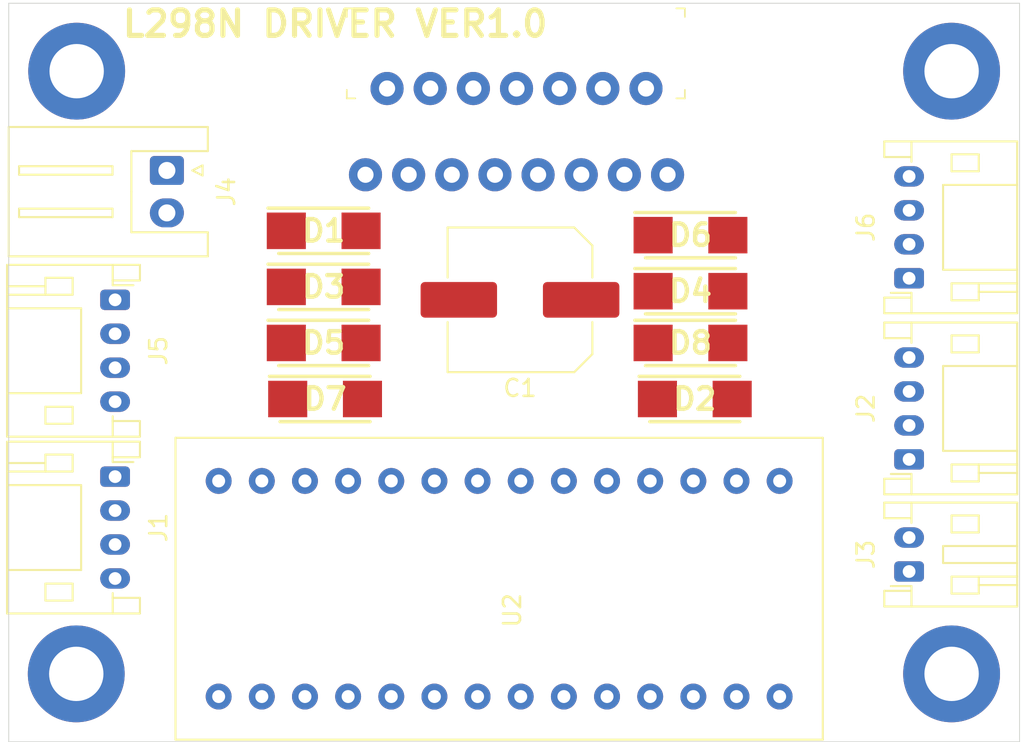
<source format=kicad_pcb>
(kicad_pcb (version 20171130) (host pcbnew "(5.1.2)-1")

  (general
    (thickness 1.6)
    (drawings 7)
    (tracks 0)
    (zones 0)
    (modules 21)
    (nets 32)
  )

  (page A4)
  (layers
    (0 F.Cu signal)
    (31 B.Cu signal)
    (32 B.Adhes user)
    (33 F.Adhes user)
    (34 B.Paste user)
    (35 F.Paste user hide)
    (36 B.SilkS user)
    (37 F.SilkS user)
    (38 B.Mask user)
    (39 F.Mask user)
    (40 Dwgs.User user hide)
    (41 Cmts.User user hide)
    (42 Eco1.User user hide)
    (43 Eco2.User user hide)
    (44 Edge.Cuts user)
    (45 Margin user hide)
    (46 B.CrtYd user hide)
    (47 F.CrtYd user hide)
    (48 B.Fab user hide)
    (49 F.Fab user hide)
  )

  (setup
    (last_trace_width 0.25)
    (trace_clearance 0.2)
    (zone_clearance 0.508)
    (zone_45_only no)
    (trace_min 0.2)
    (via_size 0.8)
    (via_drill 0.4)
    (via_min_size 0.4)
    (via_min_drill 0.3)
    (uvia_size 0.3)
    (uvia_drill 0.1)
    (uvias_allowed no)
    (uvia_min_size 0.2)
    (uvia_min_drill 0.1)
    (edge_width 0.05)
    (segment_width 0.2)
    (pcb_text_width 0.3)
    (pcb_text_size 1.5 1.5)
    (mod_edge_width 0.12)
    (mod_text_size 1 1)
    (mod_text_width 0.15)
    (pad_size 1.524 1.524)
    (pad_drill 0.762)
    (pad_to_mask_clearance 0.051)
    (solder_mask_min_width 0.25)
    (aux_axis_origin 0 0)
    (visible_elements 7FFFEFFF)
    (pcbplotparams
      (layerselection 0x010fc_ffffffff)
      (usegerberextensions false)
      (usegerberattributes false)
      (usegerberadvancedattributes false)
      (creategerberjobfile false)
      (excludeedgelayer true)
      (linewidth 0.100000)
      (plotframeref false)
      (viasonmask false)
      (mode 1)
      (useauxorigin false)
      (hpglpennumber 1)
      (hpglpenspeed 20)
      (hpglpendiameter 15.000000)
      (psnegative false)
      (psa4output false)
      (plotreference true)
      (plotvalue true)
      (plotinvisibletext false)
      (padsonsilk false)
      (subtractmaskfromsilk false)
      (outputformat 1)
      (mirror false)
      (drillshape 0)
      (scaleselection 1)
      (outputdirectory "garber/"))
  )

  (net 0 "")
  (net 1 /OUT1)
  (net 2 +BATT)
  (net 3 GND)
  (net 4 /OUT2)
  (net 5 /OUT3)
  (net 6 /OUT4)
  (net 7 /PWM_A)
  (net 8 /PWM_B)
  (net 9 +5V)
  (net 10 /IN4)
  (net 11 /EN_B)
  (net 12 /IN3)
  (net 13 /IN2)
  (net 14 /EN_A)
  (net 15 /IN1)
  (net 16 "Net-(U2-Pad26)")
  (net 17 "Net-(U2-Pad25)")
  (net 18 "Net-(U2-Pad21)")
  (net 19 "Net-(U2-Pad19)")
  (net 20 "Net-(U2-Pad18)")
  (net 21 "Net-(U2-Pad15)")
  (net 22 "Net-(U2-Pad10)")
  (net 23 "Net-(U2-Pad9)")
  (net 24 "Net-(U2-Pad6)")
  (net 25 "Net-(U2-Pad5)")
  (net 26 "Net-(U2-Pad4)")
  (net 27 "Net-(U2-Pad1)")
  (net 28 /RX)
  (net 29 /TX)
  (net 30 /SDA)
  (net 31 /SCL)

  (net_class Default "これはデフォルトのネット クラスです。"
    (clearance 0.2)
    (trace_width 0.25)
    (via_dia 0.8)
    (via_drill 0.4)
    (uvia_dia 0.3)
    (uvia_drill 0.1)
    (add_net +5V)
    (add_net /EN_A)
    (add_net /EN_B)
    (add_net /IN1)
    (add_net /IN2)
    (add_net /IN3)
    (add_net /IN4)
    (add_net /OUT1)
    (add_net /OUT2)
    (add_net /OUT3)
    (add_net /OUT4)
    (add_net /PWM_A)
    (add_net /PWM_B)
    (add_net /RX)
    (add_net /SCL)
    (add_net /SDA)
    (add_net /TX)
    (add_net GND)
    (add_net "Net-(U2-Pad1)")
    (add_net "Net-(U2-Pad10)")
    (add_net "Net-(U2-Pad15)")
    (add_net "Net-(U2-Pad18)")
    (add_net "Net-(U2-Pad19)")
    (add_net "Net-(U2-Pad21)")
    (add_net "Net-(U2-Pad25)")
    (add_net "Net-(U2-Pad26)")
    (add_net "Net-(U2-Pad4)")
    (add_net "Net-(U2-Pad5)")
    (add_net "Net-(U2-Pad6)")
    (add_net "Net-(U2-Pad9)")
  )

  (net_class BATT ""
    (clearance 0.2)
    (trace_width 3)
    (via_dia 0.8)
    (via_drill 0.4)
    (uvia_dia 0.3)
    (uvia_drill 0.1)
    (add_net +BATT)
  )

  (module 1N4007:DIOM5327X242N (layer F.Cu) (tedit 5DA1B94C) (tstamp 5E807F88)
    (at 161.63 64.008)
    (descr "sma do-214ac")
    (tags Diode)
    (path /5E6E14CB)
    (attr smd)
    (fp_text reference D8 (at 0 0) (layer F.SilkS)
      (effects (font (size 1.27 1.27) (thickness 0.254)))
    )
    (fp_text value D_ALT (at 0 0) (layer F.SilkS) hide
      (effects (font (size 1.27 1.27) (thickness 0.254)))
    )
    (fp_line (start -2.648 1.335) (end 2.648 1.335) (layer F.SilkS) (width 0.2))
    (fp_line (start 2.648 -1.335) (end -3.275 -1.335) (layer F.SilkS) (width 0.2))
    (fp_line (start -2.648 -0.26) (end -1.572 -1.335) (layer F.Fab) (width 0.1))
    (fp_line (start -2.648 1.335) (end -2.648 -1.335) (layer F.Fab) (width 0.1))
    (fp_line (start 2.648 1.335) (end -2.648 1.335) (layer F.Fab) (width 0.1))
    (fp_line (start 2.648 -1.335) (end 2.648 1.335) (layer F.Fab) (width 0.1))
    (fp_line (start -2.648 -1.335) (end 2.648 -1.335) (layer F.Fab) (width 0.1))
    (fp_line (start -3.6 1.65) (end -3.6 -1.65) (layer F.CrtYd) (width 0.05))
    (fp_line (start 3.6 1.65) (end -3.6 1.65) (layer F.CrtYd) (width 0.05))
    (fp_line (start 3.6 -1.65) (end 3.6 1.65) (layer F.CrtYd) (width 0.05))
    (fp_line (start -3.6 -1.65) (end 3.6 -1.65) (layer F.CrtYd) (width 0.05))
    (fp_text user %R (at 0 0) (layer F.Fab)
      (effects (font (size 1.27 1.27) (thickness 0.254)))
    )
    (pad 2 smd rect (at 2.2 0 90) (size 2.15 2.3) (layers F.Cu F.Paste F.Mask)
      (net 3 GND))
    (pad 1 smd rect (at -2.2 0 90) (size 2.15 2.3) (layers F.Cu F.Paste F.Mask)
      (net 6 /OUT4))
    (model 1N4007.stp
      (at (xyz 0 0 0))
      (scale (xyz 1 1 1))
      (rotate (xyz 0 0 0))
    )
    (model C:/Users/kenta/Documents/kicad/1N4007/3D/1N4007.stp
      (at (xyz 0 0 0))
      (scale (xyz 1 1 1))
      (rotate (xyz 0 0 0))
    )
    (model C:/Users/kenta/Documents/kicad/1N4007/3D/1N4007.stl
      (at (xyz 0 0 0))
      (scale (xyz 1 1 1))
      (rotate (xyz 0 0 0))
    )
    (model C:/Users/kenta/Documents/kicad/1N4007/3D/1N4007.wrl
      (at (xyz 0 0 0))
      (scale (xyz 1 1 1))
      (rotate (xyz 0 0 0))
    )
  )

  (module 1N4007:DIOM5327X242N (layer F.Cu) (tedit 5DA1B94C) (tstamp 5E807F76)
    (at 140.122 67.31)
    (descr "sma do-214ac")
    (tags Diode)
    (path /5E6DF641)
    (attr smd)
    (fp_text reference D7 (at 0 0) (layer F.SilkS)
      (effects (font (size 1.27 1.27) (thickness 0.254)))
    )
    (fp_text value D_ALT (at 0 0) (layer F.SilkS) hide
      (effects (font (size 1.27 1.27) (thickness 0.254)))
    )
    (fp_line (start -2.648 1.335) (end 2.648 1.335) (layer F.SilkS) (width 0.2))
    (fp_line (start 2.648 -1.335) (end -3.275 -1.335) (layer F.SilkS) (width 0.2))
    (fp_line (start -2.648 -0.26) (end -1.572 -1.335) (layer F.Fab) (width 0.1))
    (fp_line (start -2.648 1.335) (end -2.648 -1.335) (layer F.Fab) (width 0.1))
    (fp_line (start 2.648 1.335) (end -2.648 1.335) (layer F.Fab) (width 0.1))
    (fp_line (start 2.648 -1.335) (end 2.648 1.335) (layer F.Fab) (width 0.1))
    (fp_line (start -2.648 -1.335) (end 2.648 -1.335) (layer F.Fab) (width 0.1))
    (fp_line (start -3.6 1.65) (end -3.6 -1.65) (layer F.CrtYd) (width 0.05))
    (fp_line (start 3.6 1.65) (end -3.6 1.65) (layer F.CrtYd) (width 0.05))
    (fp_line (start 3.6 -1.65) (end 3.6 1.65) (layer F.CrtYd) (width 0.05))
    (fp_line (start -3.6 -1.65) (end 3.6 -1.65) (layer F.CrtYd) (width 0.05))
    (fp_text user %R (at 0 0) (layer F.Fab)
      (effects (font (size 1.27 1.27) (thickness 0.254)))
    )
    (pad 2 smd rect (at 2.2 0 90) (size 2.15 2.3) (layers F.Cu F.Paste F.Mask)
      (net 6 /OUT4))
    (pad 1 smd rect (at -2.2 0 90) (size 2.15 2.3) (layers F.Cu F.Paste F.Mask)
      (net 2 +BATT))
    (model 1N4007.stp
      (at (xyz 0 0 0))
      (scale (xyz 1 1 1))
      (rotate (xyz 0 0 0))
    )
    (model C:/Users/kenta/Documents/kicad/1N4007/3D/1N4007.stp
      (at (xyz 0 0 0))
      (scale (xyz 1 1 1))
      (rotate (xyz 0 0 0))
    )
    (model C:/Users/kenta/Documents/kicad/1N4007/3D/1N4007.stl
      (at (xyz 0 0 0))
      (scale (xyz 1 1 1))
      (rotate (xyz 0 0 0))
    )
    (model C:/Users/kenta/Documents/kicad/1N4007/3D/1N4007.wrl
      (at (xyz 0 0 0))
      (scale (xyz 1 1 1))
      (rotate (xyz 0 0 0))
    )
  )

  (module 1N4007:DIOM5327X242N (layer F.Cu) (tedit 5DA1B94C) (tstamp 5E807F64)
    (at 161.63 57.658)
    (descr "sma do-214ac")
    (tags Diode)
    (path /5E6E14C5)
    (attr smd)
    (fp_text reference D6 (at 0 0) (layer F.SilkS)
      (effects (font (size 1.27 1.27) (thickness 0.254)))
    )
    (fp_text value D_ALT (at 0 0) (layer F.SilkS) hide
      (effects (font (size 1.27 1.27) (thickness 0.254)))
    )
    (fp_line (start -2.648 1.335) (end 2.648 1.335) (layer F.SilkS) (width 0.2))
    (fp_line (start 2.648 -1.335) (end -3.275 -1.335) (layer F.SilkS) (width 0.2))
    (fp_line (start -2.648 -0.26) (end -1.572 -1.335) (layer F.Fab) (width 0.1))
    (fp_line (start -2.648 1.335) (end -2.648 -1.335) (layer F.Fab) (width 0.1))
    (fp_line (start 2.648 1.335) (end -2.648 1.335) (layer F.Fab) (width 0.1))
    (fp_line (start 2.648 -1.335) (end 2.648 1.335) (layer F.Fab) (width 0.1))
    (fp_line (start -2.648 -1.335) (end 2.648 -1.335) (layer F.Fab) (width 0.1))
    (fp_line (start -3.6 1.65) (end -3.6 -1.65) (layer F.CrtYd) (width 0.05))
    (fp_line (start 3.6 1.65) (end -3.6 1.65) (layer F.CrtYd) (width 0.05))
    (fp_line (start 3.6 -1.65) (end 3.6 1.65) (layer F.CrtYd) (width 0.05))
    (fp_line (start -3.6 -1.65) (end 3.6 -1.65) (layer F.CrtYd) (width 0.05))
    (fp_text user %R (at 0 0) (layer F.Fab)
      (effects (font (size 1.27 1.27) (thickness 0.254)))
    )
    (pad 2 smd rect (at 2.2 0 90) (size 2.15 2.3) (layers F.Cu F.Paste F.Mask)
      (net 3 GND))
    (pad 1 smd rect (at -2.2 0 90) (size 2.15 2.3) (layers F.Cu F.Paste F.Mask)
      (net 5 /OUT3))
    (model 1N4007.stp
      (at (xyz 0 0 0))
      (scale (xyz 1 1 1))
      (rotate (xyz 0 0 0))
    )
    (model C:/Users/kenta/Documents/kicad/1N4007/3D/1N4007.stp
      (at (xyz 0 0 0))
      (scale (xyz 1 1 1))
      (rotate (xyz 0 0 0))
    )
    (model C:/Users/kenta/Documents/kicad/1N4007/3D/1N4007.stl
      (at (xyz 0 0 0))
      (scale (xyz 1 1 1))
      (rotate (xyz 0 0 0))
    )
    (model C:/Users/kenta/Documents/kicad/1N4007/3D/1N4007.wrl
      (at (xyz 0 0 0))
      (scale (xyz 1 1 1))
      (rotate (xyz 0 0 0))
    )
  )

  (module 1N4007:DIOM5327X242N (layer F.Cu) (tedit 5DA1B94C) (tstamp 5E807F52)
    (at 140.04 64.008)
    (descr "sma do-214ac")
    (tags Diode)
    (path /5E6DF16D)
    (attr smd)
    (fp_text reference D5 (at 0 0) (layer F.SilkS)
      (effects (font (size 1.27 1.27) (thickness 0.254)))
    )
    (fp_text value D_ALT (at 0 0) (layer F.SilkS) hide
      (effects (font (size 1.27 1.27) (thickness 0.254)))
    )
    (fp_line (start -2.648 1.335) (end 2.648 1.335) (layer F.SilkS) (width 0.2))
    (fp_line (start 2.648 -1.335) (end -3.275 -1.335) (layer F.SilkS) (width 0.2))
    (fp_line (start -2.648 -0.26) (end -1.572 -1.335) (layer F.Fab) (width 0.1))
    (fp_line (start -2.648 1.335) (end -2.648 -1.335) (layer F.Fab) (width 0.1))
    (fp_line (start 2.648 1.335) (end -2.648 1.335) (layer F.Fab) (width 0.1))
    (fp_line (start 2.648 -1.335) (end 2.648 1.335) (layer F.Fab) (width 0.1))
    (fp_line (start -2.648 -1.335) (end 2.648 -1.335) (layer F.Fab) (width 0.1))
    (fp_line (start -3.6 1.65) (end -3.6 -1.65) (layer F.CrtYd) (width 0.05))
    (fp_line (start 3.6 1.65) (end -3.6 1.65) (layer F.CrtYd) (width 0.05))
    (fp_line (start 3.6 -1.65) (end 3.6 1.65) (layer F.CrtYd) (width 0.05))
    (fp_line (start -3.6 -1.65) (end 3.6 -1.65) (layer F.CrtYd) (width 0.05))
    (fp_text user %R (at 0 0) (layer F.Fab)
      (effects (font (size 1.27 1.27) (thickness 0.254)))
    )
    (pad 2 smd rect (at 2.2 0 90) (size 2.15 2.3) (layers F.Cu F.Paste F.Mask)
      (net 5 /OUT3))
    (pad 1 smd rect (at -2.2 0 90) (size 2.15 2.3) (layers F.Cu F.Paste F.Mask)
      (net 2 +BATT))
    (model 1N4007.stp
      (at (xyz 0 0 0))
      (scale (xyz 1 1 1))
      (rotate (xyz 0 0 0))
    )
    (model C:/Users/kenta/Documents/kicad/1N4007/3D/1N4007.stp
      (at (xyz 0 0 0))
      (scale (xyz 1 1 1))
      (rotate (xyz 0 0 0))
    )
    (model C:/Users/kenta/Documents/kicad/1N4007/3D/1N4007.stl
      (at (xyz 0 0 0))
      (scale (xyz 1 1 1))
      (rotate (xyz 0 0 0))
    )
    (model C:/Users/kenta/Documents/kicad/1N4007/3D/1N4007.wrl
      (at (xyz 0 0 0))
      (scale (xyz 1 1 1))
      (rotate (xyz 0 0 0))
    )
  )

  (module 1N4007:DIOM5327X242N (layer F.Cu) (tedit 5DA1B94C) (tstamp 5E807F40)
    (at 161.63 60.96)
    (descr "sma do-214ac")
    (tags Diode)
    (path /5E6E14BF)
    (attr smd)
    (fp_text reference D4 (at 0 0) (layer F.SilkS)
      (effects (font (size 1.27 1.27) (thickness 0.254)))
    )
    (fp_text value D_ALT (at 0 0) (layer F.SilkS) hide
      (effects (font (size 1.27 1.27) (thickness 0.254)))
    )
    (fp_line (start -2.648 1.335) (end 2.648 1.335) (layer F.SilkS) (width 0.2))
    (fp_line (start 2.648 -1.335) (end -3.275 -1.335) (layer F.SilkS) (width 0.2))
    (fp_line (start -2.648 -0.26) (end -1.572 -1.335) (layer F.Fab) (width 0.1))
    (fp_line (start -2.648 1.335) (end -2.648 -1.335) (layer F.Fab) (width 0.1))
    (fp_line (start 2.648 1.335) (end -2.648 1.335) (layer F.Fab) (width 0.1))
    (fp_line (start 2.648 -1.335) (end 2.648 1.335) (layer F.Fab) (width 0.1))
    (fp_line (start -2.648 -1.335) (end 2.648 -1.335) (layer F.Fab) (width 0.1))
    (fp_line (start -3.6 1.65) (end -3.6 -1.65) (layer F.CrtYd) (width 0.05))
    (fp_line (start 3.6 1.65) (end -3.6 1.65) (layer F.CrtYd) (width 0.05))
    (fp_line (start 3.6 -1.65) (end 3.6 1.65) (layer F.CrtYd) (width 0.05))
    (fp_line (start -3.6 -1.65) (end 3.6 -1.65) (layer F.CrtYd) (width 0.05))
    (fp_text user %R (at 0 0) (layer F.Fab)
      (effects (font (size 1.27 1.27) (thickness 0.254)))
    )
    (pad 2 smd rect (at 2.2 0 90) (size 2.15 2.3) (layers F.Cu F.Paste F.Mask)
      (net 3 GND))
    (pad 1 smd rect (at -2.2 0 90) (size 2.15 2.3) (layers F.Cu F.Paste F.Mask)
      (net 4 /OUT2))
    (model 1N4007.stp
      (at (xyz 0 0 0))
      (scale (xyz 1 1 1))
      (rotate (xyz 0 0 0))
    )
    (model C:/Users/kenta/Documents/kicad/1N4007/3D/1N4007.stp
      (at (xyz 0 0 0))
      (scale (xyz 1 1 1))
      (rotate (xyz 0 0 0))
    )
    (model C:/Users/kenta/Documents/kicad/1N4007/3D/1N4007.stl
      (at (xyz 0 0 0))
      (scale (xyz 1 1 1))
      (rotate (xyz 0 0 0))
    )
    (model C:/Users/kenta/Documents/kicad/1N4007/3D/1N4007.wrl
      (at (xyz 0 0 0))
      (scale (xyz 1 1 1))
      (rotate (xyz 0 0 0))
    )
  )

  (module 1N4007:DIOM5327X242N (layer F.Cu) (tedit 5DA1B94C) (tstamp 5E807F2E)
    (at 140.04 60.706)
    (descr "sma do-214ac")
    (tags Diode)
    (path /5E6DEC80)
    (attr smd)
    (fp_text reference D3 (at 0 0) (layer F.SilkS)
      (effects (font (size 1.27 1.27) (thickness 0.254)))
    )
    (fp_text value D_ALT (at 0 0) (layer F.SilkS) hide
      (effects (font (size 1.27 1.27) (thickness 0.254)))
    )
    (fp_line (start -2.648 1.335) (end 2.648 1.335) (layer F.SilkS) (width 0.2))
    (fp_line (start 2.648 -1.335) (end -3.275 -1.335) (layer F.SilkS) (width 0.2))
    (fp_line (start -2.648 -0.26) (end -1.572 -1.335) (layer F.Fab) (width 0.1))
    (fp_line (start -2.648 1.335) (end -2.648 -1.335) (layer F.Fab) (width 0.1))
    (fp_line (start 2.648 1.335) (end -2.648 1.335) (layer F.Fab) (width 0.1))
    (fp_line (start 2.648 -1.335) (end 2.648 1.335) (layer F.Fab) (width 0.1))
    (fp_line (start -2.648 -1.335) (end 2.648 -1.335) (layer F.Fab) (width 0.1))
    (fp_line (start -3.6 1.65) (end -3.6 -1.65) (layer F.CrtYd) (width 0.05))
    (fp_line (start 3.6 1.65) (end -3.6 1.65) (layer F.CrtYd) (width 0.05))
    (fp_line (start 3.6 -1.65) (end 3.6 1.65) (layer F.CrtYd) (width 0.05))
    (fp_line (start -3.6 -1.65) (end 3.6 -1.65) (layer F.CrtYd) (width 0.05))
    (fp_text user %R (at 0 0) (layer F.Fab)
      (effects (font (size 1.27 1.27) (thickness 0.254)))
    )
    (pad 2 smd rect (at 2.2 0 90) (size 2.15 2.3) (layers F.Cu F.Paste F.Mask)
      (net 4 /OUT2))
    (pad 1 smd rect (at -2.2 0 90) (size 2.15 2.3) (layers F.Cu F.Paste F.Mask)
      (net 2 +BATT))
    (model 1N4007.stp
      (at (xyz 0 0 0))
      (scale (xyz 1 1 1))
      (rotate (xyz 0 0 0))
    )
    (model C:/Users/kenta/Documents/kicad/1N4007/3D/1N4007.stp
      (at (xyz 0 0 0))
      (scale (xyz 1 1 1))
      (rotate (xyz 0 0 0))
    )
    (model C:/Users/kenta/Documents/kicad/1N4007/3D/1N4007.stl
      (at (xyz 0 0 0))
      (scale (xyz 1 1 1))
      (rotate (xyz 0 0 0))
    )
    (model C:/Users/kenta/Documents/kicad/1N4007/3D/1N4007.wrl
      (at (xyz 0 0 0))
      (scale (xyz 1 1 1))
      (rotate (xyz 0 0 0))
    )
  )

  (module 1N4007:DIOM5327X242N (layer F.Cu) (tedit 5DA1B94C) (tstamp 5E807F1C)
    (at 161.884 67.31)
    (descr "sma do-214ac")
    (tags Diode)
    (path /5E6E14B9)
    (attr smd)
    (fp_text reference D2 (at 0 0) (layer F.SilkS)
      (effects (font (size 1.27 1.27) (thickness 0.254)))
    )
    (fp_text value D_ALT (at 0 0) (layer F.SilkS) hide
      (effects (font (size 1.27 1.27) (thickness 0.254)))
    )
    (fp_line (start -2.648 1.335) (end 2.648 1.335) (layer F.SilkS) (width 0.2))
    (fp_line (start 2.648 -1.335) (end -3.275 -1.335) (layer F.SilkS) (width 0.2))
    (fp_line (start -2.648 -0.26) (end -1.572 -1.335) (layer F.Fab) (width 0.1))
    (fp_line (start -2.648 1.335) (end -2.648 -1.335) (layer F.Fab) (width 0.1))
    (fp_line (start 2.648 1.335) (end -2.648 1.335) (layer F.Fab) (width 0.1))
    (fp_line (start 2.648 -1.335) (end 2.648 1.335) (layer F.Fab) (width 0.1))
    (fp_line (start -2.648 -1.335) (end 2.648 -1.335) (layer F.Fab) (width 0.1))
    (fp_line (start -3.6 1.65) (end -3.6 -1.65) (layer F.CrtYd) (width 0.05))
    (fp_line (start 3.6 1.65) (end -3.6 1.65) (layer F.CrtYd) (width 0.05))
    (fp_line (start 3.6 -1.65) (end 3.6 1.65) (layer F.CrtYd) (width 0.05))
    (fp_line (start -3.6 -1.65) (end 3.6 -1.65) (layer F.CrtYd) (width 0.05))
    (fp_text user %R (at 0 0) (layer F.Fab)
      (effects (font (size 1.27 1.27) (thickness 0.254)))
    )
    (pad 2 smd rect (at 2.2 0 90) (size 2.15 2.3) (layers F.Cu F.Paste F.Mask)
      (net 3 GND))
    (pad 1 smd rect (at -2.2 0 90) (size 2.15 2.3) (layers F.Cu F.Paste F.Mask)
      (net 1 /OUT1))
    (model 1N4007.stp
      (at (xyz 0 0 0))
      (scale (xyz 1 1 1))
      (rotate (xyz 0 0 0))
    )
    (model C:/Users/kenta/Documents/kicad/1N4007/3D/1N4007.stp
      (at (xyz 0 0 0))
      (scale (xyz 1 1 1))
      (rotate (xyz 0 0 0))
    )
    (model C:/Users/kenta/Documents/kicad/1N4007/3D/1N4007.stl
      (at (xyz 0 0 0))
      (scale (xyz 1 1 1))
      (rotate (xyz 0 0 0))
    )
    (model C:/Users/kenta/Documents/kicad/1N4007/3D/1N4007.wrl
      (at (xyz 0 0 0))
      (scale (xyz 1 1 1))
      (rotate (xyz 0 0 0))
    )
  )

  (module 1N4007:DIOM5327X242N (layer F.Cu) (tedit 5DA1B94C) (tstamp 5E807F0A)
    (at 140.04 57.404)
    (descr "sma do-214ac")
    (tags Diode)
    (path /5E6DC23C)
    (attr smd)
    (fp_text reference D1 (at 0 0) (layer F.SilkS)
      (effects (font (size 1.27 1.27) (thickness 0.254)))
    )
    (fp_text value D_ALT (at 0 0) (layer F.SilkS) hide
      (effects (font (size 1.27 1.27) (thickness 0.254)))
    )
    (fp_line (start -2.648 1.335) (end 2.648 1.335) (layer F.SilkS) (width 0.2))
    (fp_line (start 2.648 -1.335) (end -3.275 -1.335) (layer F.SilkS) (width 0.2))
    (fp_line (start -2.648 -0.26) (end -1.572 -1.335) (layer F.Fab) (width 0.1))
    (fp_line (start -2.648 1.335) (end -2.648 -1.335) (layer F.Fab) (width 0.1))
    (fp_line (start 2.648 1.335) (end -2.648 1.335) (layer F.Fab) (width 0.1))
    (fp_line (start 2.648 -1.335) (end 2.648 1.335) (layer F.Fab) (width 0.1))
    (fp_line (start -2.648 -1.335) (end 2.648 -1.335) (layer F.Fab) (width 0.1))
    (fp_line (start -3.6 1.65) (end -3.6 -1.65) (layer F.CrtYd) (width 0.05))
    (fp_line (start 3.6 1.65) (end -3.6 1.65) (layer F.CrtYd) (width 0.05))
    (fp_line (start 3.6 -1.65) (end 3.6 1.65) (layer F.CrtYd) (width 0.05))
    (fp_line (start -3.6 -1.65) (end 3.6 -1.65) (layer F.CrtYd) (width 0.05))
    (fp_text user %R (at 0 0) (layer F.Fab)
      (effects (font (size 1.27 1.27) (thickness 0.254)))
    )
    (pad 2 smd rect (at 2.2 0 90) (size 2.15 2.3) (layers F.Cu F.Paste F.Mask)
      (net 1 /OUT1))
    (pad 1 smd rect (at -2.2 0 90) (size 2.15 2.3) (layers F.Cu F.Paste F.Mask)
      (net 2 +BATT))
    (model 1N4007.stp
      (at (xyz 0 0 0))
      (scale (xyz 1 1 1))
      (rotate (xyz 0 0 0))
    )
    (model C:/Users/kenta/Documents/kicad/1N4007/3D/1N4007.stp
      (at (xyz 0 0 0))
      (scale (xyz 1 1 1))
      (rotate (xyz 0 0 0))
    )
    (model C:/Users/kenta/Documents/kicad/1N4007/3D/1N4007.stl
      (at (xyz 0 0 0))
      (scale (xyz 1 1 1))
      (rotate (xyz 0 0 0))
    )
    (model C:/Users/kenta/Documents/kicad/1N4007/3D/1N4007.wrl
      (at (xyz 0 0 0))
      (scale (xyz 1 1 1))
      (rotate (xyz 0 0 0))
    )
  )

  (module Connector_JST:JST_PH_S2B-PH-K_1x02_P2.00mm_Horizontal (layer F.Cu) (tedit 5B7745C6) (tstamp 5E806E9B)
    (at 174.498 77.47 90)
    (descr "JST PH series connector, S2B-PH-K (http://www.jst-mfg.com/product/pdf/eng/ePH.pdf), generated with kicad-footprint-generator")
    (tags "connector JST PH top entry")
    (path /5E708F4C)
    (fp_text reference J3 (at 1 -2.55 90) (layer F.SilkS)
      (effects (font (size 1 1) (thickness 0.15)))
    )
    (fp_text value +5V (at 1 7.45 90) (layer F.Fab)
      (effects (font (size 1 1) (thickness 0.15)))
    )
    (fp_text user %R (at 1 2.5 90) (layer F.Fab)
      (effects (font (size 1 1) (thickness 0.15)))
    )
    (fp_line (start 0.5 1.375) (end 0 0.875) (layer F.Fab) (width 0.1))
    (fp_line (start -0.5 1.375) (end 0.5 1.375) (layer F.Fab) (width 0.1))
    (fp_line (start 0 0.875) (end -0.5 1.375) (layer F.Fab) (width 0.1))
    (fp_line (start -0.86 0.14) (end -0.86 -1.075) (layer F.SilkS) (width 0.12))
    (fp_line (start 3.25 0.25) (end -1.25 0.25) (layer F.Fab) (width 0.1))
    (fp_line (start 3.25 -1.35) (end 3.25 0.25) (layer F.Fab) (width 0.1))
    (fp_line (start 3.95 -1.35) (end 3.25 -1.35) (layer F.Fab) (width 0.1))
    (fp_line (start 3.95 6.25) (end 3.95 -1.35) (layer F.Fab) (width 0.1))
    (fp_line (start -1.95 6.25) (end 3.95 6.25) (layer F.Fab) (width 0.1))
    (fp_line (start -1.95 -1.35) (end -1.95 6.25) (layer F.Fab) (width 0.1))
    (fp_line (start -1.25 -1.35) (end -1.95 -1.35) (layer F.Fab) (width 0.1))
    (fp_line (start -1.25 0.25) (end -1.25 -1.35) (layer F.Fab) (width 0.1))
    (fp_line (start 4.45 -1.85) (end -2.45 -1.85) (layer F.CrtYd) (width 0.05))
    (fp_line (start 4.45 6.75) (end 4.45 -1.85) (layer F.CrtYd) (width 0.05))
    (fp_line (start -2.45 6.75) (end 4.45 6.75) (layer F.CrtYd) (width 0.05))
    (fp_line (start -2.45 -1.85) (end -2.45 6.75) (layer F.CrtYd) (width 0.05))
    (fp_line (start -0.8 4.1) (end -0.8 6.36) (layer F.SilkS) (width 0.12))
    (fp_line (start -0.3 4.1) (end -0.3 6.36) (layer F.SilkS) (width 0.12))
    (fp_line (start 2.3 2.5) (end 3.3 2.5) (layer F.SilkS) (width 0.12))
    (fp_line (start 2.3 4.1) (end 2.3 2.5) (layer F.SilkS) (width 0.12))
    (fp_line (start 3.3 4.1) (end 2.3 4.1) (layer F.SilkS) (width 0.12))
    (fp_line (start 3.3 2.5) (end 3.3 4.1) (layer F.SilkS) (width 0.12))
    (fp_line (start -0.3 2.5) (end -1.3 2.5) (layer F.SilkS) (width 0.12))
    (fp_line (start -0.3 4.1) (end -0.3 2.5) (layer F.SilkS) (width 0.12))
    (fp_line (start -1.3 4.1) (end -0.3 4.1) (layer F.SilkS) (width 0.12))
    (fp_line (start -1.3 2.5) (end -1.3 4.1) (layer F.SilkS) (width 0.12))
    (fp_line (start 4.06 0.14) (end 3.14 0.14) (layer F.SilkS) (width 0.12))
    (fp_line (start -2.06 0.14) (end -1.14 0.14) (layer F.SilkS) (width 0.12))
    (fp_line (start 1.5 2) (end 1.5 6.36) (layer F.SilkS) (width 0.12))
    (fp_line (start 0.5 2) (end 1.5 2) (layer F.SilkS) (width 0.12))
    (fp_line (start 0.5 6.36) (end 0.5 2) (layer F.SilkS) (width 0.12))
    (fp_line (start 3.14 0.14) (end 2.86 0.14) (layer F.SilkS) (width 0.12))
    (fp_line (start 3.14 -1.46) (end 3.14 0.14) (layer F.SilkS) (width 0.12))
    (fp_line (start 4.06 -1.46) (end 3.14 -1.46) (layer F.SilkS) (width 0.12))
    (fp_line (start 4.06 6.36) (end 4.06 -1.46) (layer F.SilkS) (width 0.12))
    (fp_line (start -2.06 6.36) (end 4.06 6.36) (layer F.SilkS) (width 0.12))
    (fp_line (start -2.06 -1.46) (end -2.06 6.36) (layer F.SilkS) (width 0.12))
    (fp_line (start -1.14 -1.46) (end -2.06 -1.46) (layer F.SilkS) (width 0.12))
    (fp_line (start -1.14 0.14) (end -1.14 -1.46) (layer F.SilkS) (width 0.12))
    (fp_line (start -0.86 0.14) (end -1.14 0.14) (layer F.SilkS) (width 0.12))
    (pad 2 thru_hole oval (at 2 0 90) (size 1.2 1.75) (drill 0.75) (layers *.Cu *.Mask)
      (net 3 GND))
    (pad 1 thru_hole roundrect (at 0 0 90) (size 1.2 1.75) (drill 0.75) (layers *.Cu *.Mask) (roundrect_rratio 0.208333)
      (net 9 +5V))
    (model ${KISYS3DMOD}/Connector_JST.3dshapes/JST_PH_S2B-PH-K_1x02_P2.00mm_Horizontal.wrl
      (at (xyz 0 0 0))
      (scale (xyz 1 1 1))
      (rotate (xyz 0 0 0))
    )
  )

  (module Connector_JST:JST_XH_S2B-XH-A_1x02_P2.50mm_Horizontal (layer F.Cu) (tedit 5C281475) (tstamp 5E803C37)
    (at 130.81 53.848 270)
    (descr "JST XH series connector, S2B-XH-A (http://www.jst-mfg.com/product/pdf/eng/eXH.pdf), generated with kicad-footprint-generator")
    (tags "connector JST XH horizontal")
    (path /5E70A8B9)
    (fp_text reference J4 (at 1.25 -3.5 90) (layer F.SilkS)
      (effects (font (size 1 1) (thickness 0.15)))
    )
    (fp_text value +BATT (at 1.25 10.4 90) (layer F.Fab)
      (effects (font (size 1 1) (thickness 0.15)))
    )
    (fp_text user %R (at 1.25 3.45 90) (layer F.Fab)
      (effects (font (size 1 1) (thickness 0.15)))
    )
    (fp_line (start 0 1.2) (end 0.625 2.2) (layer F.Fab) (width 0.1))
    (fp_line (start -0.625 2.2) (end 0 1.2) (layer F.Fab) (width 0.1))
    (fp_line (start 0.3 -2.1) (end 0 -1.5) (layer F.SilkS) (width 0.12))
    (fp_line (start -0.3 -2.1) (end 0.3 -2.1) (layer F.SilkS) (width 0.12))
    (fp_line (start 0 -1.5) (end -0.3 -2.1) (layer F.SilkS) (width 0.12))
    (fp_line (start 2.75 3.2) (end 2.25 3.2) (layer F.SilkS) (width 0.12))
    (fp_line (start 2.75 8.7) (end 2.75 3.2) (layer F.SilkS) (width 0.12))
    (fp_line (start 2.25 8.7) (end 2.75 8.7) (layer F.SilkS) (width 0.12))
    (fp_line (start 2.25 3.2) (end 2.25 8.7) (layer F.SilkS) (width 0.12))
    (fp_line (start 0.25 3.2) (end -0.25 3.2) (layer F.SilkS) (width 0.12))
    (fp_line (start 0.25 8.7) (end 0.25 3.2) (layer F.SilkS) (width 0.12))
    (fp_line (start -0.25 8.7) (end 0.25 8.7) (layer F.SilkS) (width 0.12))
    (fp_line (start -0.25 3.2) (end -0.25 8.7) (layer F.SilkS) (width 0.12))
    (fp_line (start 3.75 2.2) (end 1.25 2.2) (layer F.Fab) (width 0.1))
    (fp_line (start 3.75 -2.3) (end 3.75 2.2) (layer F.Fab) (width 0.1))
    (fp_line (start 4.95 -2.3) (end 3.75 -2.3) (layer F.Fab) (width 0.1))
    (fp_line (start 4.95 9.2) (end 4.95 -2.3) (layer F.Fab) (width 0.1))
    (fp_line (start 1.25 9.2) (end 4.95 9.2) (layer F.Fab) (width 0.1))
    (fp_line (start -1.25 2.2) (end 1.25 2.2) (layer F.Fab) (width 0.1))
    (fp_line (start -1.25 -2.3) (end -1.25 2.2) (layer F.Fab) (width 0.1))
    (fp_line (start -2.45 -2.3) (end -1.25 -2.3) (layer F.Fab) (width 0.1))
    (fp_line (start -2.45 9.2) (end -2.45 -2.3) (layer F.Fab) (width 0.1))
    (fp_line (start 1.25 9.2) (end -2.45 9.2) (layer F.Fab) (width 0.1))
    (fp_line (start 3.64 2.09) (end 1.25 2.09) (layer F.SilkS) (width 0.12))
    (fp_line (start 3.64 -2.41) (end 3.64 2.09) (layer F.SilkS) (width 0.12))
    (fp_line (start 5.06 -2.41) (end 3.64 -2.41) (layer F.SilkS) (width 0.12))
    (fp_line (start 5.06 9.31) (end 5.06 -2.41) (layer F.SilkS) (width 0.12))
    (fp_line (start 1.25 9.31) (end 5.06 9.31) (layer F.SilkS) (width 0.12))
    (fp_line (start -1.14 2.09) (end 1.25 2.09) (layer F.SilkS) (width 0.12))
    (fp_line (start -1.14 -2.41) (end -1.14 2.09) (layer F.SilkS) (width 0.12))
    (fp_line (start -2.56 -2.41) (end -1.14 -2.41) (layer F.SilkS) (width 0.12))
    (fp_line (start -2.56 9.31) (end -2.56 -2.41) (layer F.SilkS) (width 0.12))
    (fp_line (start 1.25 9.31) (end -2.56 9.31) (layer F.SilkS) (width 0.12))
    (fp_line (start 5.45 -2.8) (end -2.95 -2.8) (layer F.CrtYd) (width 0.05))
    (fp_line (start 5.45 9.7) (end 5.45 -2.8) (layer F.CrtYd) (width 0.05))
    (fp_line (start -2.95 9.7) (end 5.45 9.7) (layer F.CrtYd) (width 0.05))
    (fp_line (start -2.95 -2.8) (end -2.95 9.7) (layer F.CrtYd) (width 0.05))
    (pad 2 thru_hole oval (at 2.5 0 270) (size 1.7 2) (drill 1) (layers *.Cu *.Mask)
      (net 3 GND))
    (pad 1 thru_hole roundrect (at 0 0 270) (size 1.7 2) (drill 1) (layers *.Cu *.Mask) (roundrect_rratio 0.147059)
      (net 2 +BATT))
    (model ${KISYS3DMOD}/Connector_JST.3dshapes/JST_XH_S2B-XH-A_1x02_P2.50mm_Horizontal.wrl
      (at (xyz 0 0 0))
      (scale (xyz 1 1 1))
      (rotate (xyz 0 0 0))
    )
  )

  (module Connector_JST:JST_PH_S4B-PH-K_1x04_P2.00mm_Horizontal (layer F.Cu) (tedit 5B7745C6) (tstamp 5E8030A1)
    (at 174.498 60.198 90)
    (descr "JST PH series connector, S4B-PH-K (http://www.jst-mfg.com/product/pdf/eng/ePH.pdf), generated with kicad-footprint-generator")
    (tags "connector JST PH top entry")
    (path /5E84AE5A)
    (fp_text reference J6 (at 3 -2.55 90) (layer F.SilkS)
      (effects (font (size 1 1) (thickness 0.15)))
    )
    (fp_text value I2C (at 3 7.45 90) (layer F.Fab)
      (effects (font (size 1 1) (thickness 0.15)))
    )
    (fp_text user %R (at 3 2.5 90) (layer F.Fab)
      (effects (font (size 1 1) (thickness 0.15)))
    )
    (fp_line (start 0.5 1.375) (end 0 0.875) (layer F.Fab) (width 0.1))
    (fp_line (start -0.5 1.375) (end 0.5 1.375) (layer F.Fab) (width 0.1))
    (fp_line (start 0 0.875) (end -0.5 1.375) (layer F.Fab) (width 0.1))
    (fp_line (start -0.86 0.14) (end -0.86 -1.075) (layer F.SilkS) (width 0.12))
    (fp_line (start 7.25 0.25) (end -1.25 0.25) (layer F.Fab) (width 0.1))
    (fp_line (start 7.25 -1.35) (end 7.25 0.25) (layer F.Fab) (width 0.1))
    (fp_line (start 7.95 -1.35) (end 7.25 -1.35) (layer F.Fab) (width 0.1))
    (fp_line (start 7.95 6.25) (end 7.95 -1.35) (layer F.Fab) (width 0.1))
    (fp_line (start -1.95 6.25) (end 7.95 6.25) (layer F.Fab) (width 0.1))
    (fp_line (start -1.95 -1.35) (end -1.95 6.25) (layer F.Fab) (width 0.1))
    (fp_line (start -1.25 -1.35) (end -1.95 -1.35) (layer F.Fab) (width 0.1))
    (fp_line (start -1.25 0.25) (end -1.25 -1.35) (layer F.Fab) (width 0.1))
    (fp_line (start 8.45 -1.85) (end -2.45 -1.85) (layer F.CrtYd) (width 0.05))
    (fp_line (start 8.45 6.75) (end 8.45 -1.85) (layer F.CrtYd) (width 0.05))
    (fp_line (start -2.45 6.75) (end 8.45 6.75) (layer F.CrtYd) (width 0.05))
    (fp_line (start -2.45 -1.85) (end -2.45 6.75) (layer F.CrtYd) (width 0.05))
    (fp_line (start -0.8 4.1) (end -0.8 6.36) (layer F.SilkS) (width 0.12))
    (fp_line (start -0.3 4.1) (end -0.3 6.36) (layer F.SilkS) (width 0.12))
    (fp_line (start 6.3 2.5) (end 7.3 2.5) (layer F.SilkS) (width 0.12))
    (fp_line (start 6.3 4.1) (end 6.3 2.5) (layer F.SilkS) (width 0.12))
    (fp_line (start 7.3 4.1) (end 6.3 4.1) (layer F.SilkS) (width 0.12))
    (fp_line (start 7.3 2.5) (end 7.3 4.1) (layer F.SilkS) (width 0.12))
    (fp_line (start -0.3 2.5) (end -1.3 2.5) (layer F.SilkS) (width 0.12))
    (fp_line (start -0.3 4.1) (end -0.3 2.5) (layer F.SilkS) (width 0.12))
    (fp_line (start -1.3 4.1) (end -0.3 4.1) (layer F.SilkS) (width 0.12))
    (fp_line (start -1.3 2.5) (end -1.3 4.1) (layer F.SilkS) (width 0.12))
    (fp_line (start 8.06 0.14) (end 7.14 0.14) (layer F.SilkS) (width 0.12))
    (fp_line (start -2.06 0.14) (end -1.14 0.14) (layer F.SilkS) (width 0.12))
    (fp_line (start 5.5 2) (end 5.5 6.36) (layer F.SilkS) (width 0.12))
    (fp_line (start 0.5 2) (end 5.5 2) (layer F.SilkS) (width 0.12))
    (fp_line (start 0.5 6.36) (end 0.5 2) (layer F.SilkS) (width 0.12))
    (fp_line (start 7.14 0.14) (end 6.86 0.14) (layer F.SilkS) (width 0.12))
    (fp_line (start 7.14 -1.46) (end 7.14 0.14) (layer F.SilkS) (width 0.12))
    (fp_line (start 8.06 -1.46) (end 7.14 -1.46) (layer F.SilkS) (width 0.12))
    (fp_line (start 8.06 6.36) (end 8.06 -1.46) (layer F.SilkS) (width 0.12))
    (fp_line (start -2.06 6.36) (end 8.06 6.36) (layer F.SilkS) (width 0.12))
    (fp_line (start -2.06 -1.46) (end -2.06 6.36) (layer F.SilkS) (width 0.12))
    (fp_line (start -1.14 -1.46) (end -2.06 -1.46) (layer F.SilkS) (width 0.12))
    (fp_line (start -1.14 0.14) (end -1.14 -1.46) (layer F.SilkS) (width 0.12))
    (fp_line (start -0.86 0.14) (end -1.14 0.14) (layer F.SilkS) (width 0.12))
    (pad 4 thru_hole oval (at 6 0 90) (size 1.2 1.75) (drill 0.75) (layers *.Cu *.Mask)
      (net 3 GND))
    (pad 3 thru_hole oval (at 4 0 90) (size 1.2 1.75) (drill 0.75) (layers *.Cu *.Mask)
      (net 30 /SDA))
    (pad 2 thru_hole oval (at 2 0 90) (size 1.2 1.75) (drill 0.75) (layers *.Cu *.Mask)
      (net 31 /SCL))
    (pad 1 thru_hole roundrect (at 0 0 90) (size 1.2 1.75) (drill 0.75) (layers *.Cu *.Mask) (roundrect_rratio 0.208333)
      (net 9 +5V))
    (model ${KISYS3DMOD}/Connector_JST.3dshapes/JST_PH_S4B-PH-K_1x04_P2.00mm_Horizontal.wrl
      (at (xyz 0 0 0))
      (scale (xyz 1 1 1))
      (rotate (xyz 0 0 0))
    )
  )

  (module Connector_JST:JST_PH_S4B-PH-K_1x04_P2.00mm_Horizontal (layer F.Cu) (tedit 5B7745C6) (tstamp 5E803070)
    (at 127.762 61.468 270)
    (descr "JST PH series connector, S4B-PH-K (http://www.jst-mfg.com/product/pdf/eng/ePH.pdf), generated with kicad-footprint-generator")
    (tags "connector JST PH top entry")
    (path /5E830F2F)
    (fp_text reference J5 (at 3 -2.55 90) (layer F.SilkS)
      (effects (font (size 1 1) (thickness 0.15)))
    )
    (fp_text value SERIAL (at 3 7.45 90) (layer F.Fab)
      (effects (font (size 1 1) (thickness 0.15)))
    )
    (fp_text user %R (at 3 2.5 90) (layer F.Fab)
      (effects (font (size 1 1) (thickness 0.15)))
    )
    (fp_line (start 0.5 1.375) (end 0 0.875) (layer F.Fab) (width 0.1))
    (fp_line (start -0.5 1.375) (end 0.5 1.375) (layer F.Fab) (width 0.1))
    (fp_line (start 0 0.875) (end -0.5 1.375) (layer F.Fab) (width 0.1))
    (fp_line (start -0.86 0.14) (end -0.86 -1.075) (layer F.SilkS) (width 0.12))
    (fp_line (start 7.25 0.25) (end -1.25 0.25) (layer F.Fab) (width 0.1))
    (fp_line (start 7.25 -1.35) (end 7.25 0.25) (layer F.Fab) (width 0.1))
    (fp_line (start 7.95 -1.35) (end 7.25 -1.35) (layer F.Fab) (width 0.1))
    (fp_line (start 7.95 6.25) (end 7.95 -1.35) (layer F.Fab) (width 0.1))
    (fp_line (start -1.95 6.25) (end 7.95 6.25) (layer F.Fab) (width 0.1))
    (fp_line (start -1.95 -1.35) (end -1.95 6.25) (layer F.Fab) (width 0.1))
    (fp_line (start -1.25 -1.35) (end -1.95 -1.35) (layer F.Fab) (width 0.1))
    (fp_line (start -1.25 0.25) (end -1.25 -1.35) (layer F.Fab) (width 0.1))
    (fp_line (start 8.45 -1.85) (end -2.45 -1.85) (layer F.CrtYd) (width 0.05))
    (fp_line (start 8.45 6.75) (end 8.45 -1.85) (layer F.CrtYd) (width 0.05))
    (fp_line (start -2.45 6.75) (end 8.45 6.75) (layer F.CrtYd) (width 0.05))
    (fp_line (start -2.45 -1.85) (end -2.45 6.75) (layer F.CrtYd) (width 0.05))
    (fp_line (start -0.8 4.1) (end -0.8 6.36) (layer F.SilkS) (width 0.12))
    (fp_line (start -0.3 4.1) (end -0.3 6.36) (layer F.SilkS) (width 0.12))
    (fp_line (start 6.3 2.5) (end 7.3 2.5) (layer F.SilkS) (width 0.12))
    (fp_line (start 6.3 4.1) (end 6.3 2.5) (layer F.SilkS) (width 0.12))
    (fp_line (start 7.3 4.1) (end 6.3 4.1) (layer F.SilkS) (width 0.12))
    (fp_line (start 7.3 2.5) (end 7.3 4.1) (layer F.SilkS) (width 0.12))
    (fp_line (start -0.3 2.5) (end -1.3 2.5) (layer F.SilkS) (width 0.12))
    (fp_line (start -0.3 4.1) (end -0.3 2.5) (layer F.SilkS) (width 0.12))
    (fp_line (start -1.3 4.1) (end -0.3 4.1) (layer F.SilkS) (width 0.12))
    (fp_line (start -1.3 2.5) (end -1.3 4.1) (layer F.SilkS) (width 0.12))
    (fp_line (start 8.06 0.14) (end 7.14 0.14) (layer F.SilkS) (width 0.12))
    (fp_line (start -2.06 0.14) (end -1.14 0.14) (layer F.SilkS) (width 0.12))
    (fp_line (start 5.5 2) (end 5.5 6.36) (layer F.SilkS) (width 0.12))
    (fp_line (start 0.5 2) (end 5.5 2) (layer F.SilkS) (width 0.12))
    (fp_line (start 0.5 6.36) (end 0.5 2) (layer F.SilkS) (width 0.12))
    (fp_line (start 7.14 0.14) (end 6.86 0.14) (layer F.SilkS) (width 0.12))
    (fp_line (start 7.14 -1.46) (end 7.14 0.14) (layer F.SilkS) (width 0.12))
    (fp_line (start 8.06 -1.46) (end 7.14 -1.46) (layer F.SilkS) (width 0.12))
    (fp_line (start 8.06 6.36) (end 8.06 -1.46) (layer F.SilkS) (width 0.12))
    (fp_line (start -2.06 6.36) (end 8.06 6.36) (layer F.SilkS) (width 0.12))
    (fp_line (start -2.06 -1.46) (end -2.06 6.36) (layer F.SilkS) (width 0.12))
    (fp_line (start -1.14 -1.46) (end -2.06 -1.46) (layer F.SilkS) (width 0.12))
    (fp_line (start -1.14 0.14) (end -1.14 -1.46) (layer F.SilkS) (width 0.12))
    (fp_line (start -0.86 0.14) (end -1.14 0.14) (layer F.SilkS) (width 0.12))
    (pad 4 thru_hole oval (at 6 0 270) (size 1.2 1.75) (drill 0.75) (layers *.Cu *.Mask)
      (net 3 GND))
    (pad 3 thru_hole oval (at 4 0 270) (size 1.2 1.75) (drill 0.75) (layers *.Cu *.Mask)
      (net 28 /RX))
    (pad 2 thru_hole oval (at 2 0 270) (size 1.2 1.75) (drill 0.75) (layers *.Cu *.Mask)
      (net 29 /TX))
    (pad 1 thru_hole roundrect (at 0 0 270) (size 1.2 1.75) (drill 0.75) (layers *.Cu *.Mask) (roundrect_rratio 0.208333)
      (net 9 +5V))
    (model ${KISYS3DMOD}/Connector_JST.3dshapes/JST_PH_S4B-PH-K_1x04_P2.00mm_Horizontal.wrl
      (at (xyz 0 0 0))
      (scale (xyz 1 1 1))
      (rotate (xyz 0 0 0))
    )
  )

  (module Connector_JST:JST_PH_S4B-PH-K_1x04_P2.00mm_Horizontal (layer F.Cu) (tedit 5B7745C6) (tstamp 5E802F9B)
    (at 174.498 70.866 90)
    (descr "JST PH series connector, S4B-PH-K (http://www.jst-mfg.com/product/pdf/eng/ePH.pdf), generated with kicad-footprint-generator")
    (tags "connector JST PH top entry")
    (path /5E81BECC)
    (fp_text reference J2 (at 3 -2.55 90) (layer F.SilkS)
      (effects (font (size 1 1) (thickness 0.15)))
    )
    (fp_text value MOT-OUTPUT (at 3 7.45 90) (layer F.Fab)
      (effects (font (size 1 1) (thickness 0.15)))
    )
    (fp_text user %R (at 3 2.5 90) (layer F.Fab)
      (effects (font (size 1 1) (thickness 0.15)))
    )
    (fp_line (start 0.5 1.375) (end 0 0.875) (layer F.Fab) (width 0.1))
    (fp_line (start -0.5 1.375) (end 0.5 1.375) (layer F.Fab) (width 0.1))
    (fp_line (start 0 0.875) (end -0.5 1.375) (layer F.Fab) (width 0.1))
    (fp_line (start -0.86 0.14) (end -0.86 -1.075) (layer F.SilkS) (width 0.12))
    (fp_line (start 7.25 0.25) (end -1.25 0.25) (layer F.Fab) (width 0.1))
    (fp_line (start 7.25 -1.35) (end 7.25 0.25) (layer F.Fab) (width 0.1))
    (fp_line (start 7.95 -1.35) (end 7.25 -1.35) (layer F.Fab) (width 0.1))
    (fp_line (start 7.95 6.25) (end 7.95 -1.35) (layer F.Fab) (width 0.1))
    (fp_line (start -1.95 6.25) (end 7.95 6.25) (layer F.Fab) (width 0.1))
    (fp_line (start -1.95 -1.35) (end -1.95 6.25) (layer F.Fab) (width 0.1))
    (fp_line (start -1.25 -1.35) (end -1.95 -1.35) (layer F.Fab) (width 0.1))
    (fp_line (start -1.25 0.25) (end -1.25 -1.35) (layer F.Fab) (width 0.1))
    (fp_line (start 8.45 -1.85) (end -2.45 -1.85) (layer F.CrtYd) (width 0.05))
    (fp_line (start 8.45 6.75) (end 8.45 -1.85) (layer F.CrtYd) (width 0.05))
    (fp_line (start -2.45 6.75) (end 8.45 6.75) (layer F.CrtYd) (width 0.05))
    (fp_line (start -2.45 -1.85) (end -2.45 6.75) (layer F.CrtYd) (width 0.05))
    (fp_line (start -0.8 4.1) (end -0.8 6.36) (layer F.SilkS) (width 0.12))
    (fp_line (start -0.3 4.1) (end -0.3 6.36) (layer F.SilkS) (width 0.12))
    (fp_line (start 6.3 2.5) (end 7.3 2.5) (layer F.SilkS) (width 0.12))
    (fp_line (start 6.3 4.1) (end 6.3 2.5) (layer F.SilkS) (width 0.12))
    (fp_line (start 7.3 4.1) (end 6.3 4.1) (layer F.SilkS) (width 0.12))
    (fp_line (start 7.3 2.5) (end 7.3 4.1) (layer F.SilkS) (width 0.12))
    (fp_line (start -0.3 2.5) (end -1.3 2.5) (layer F.SilkS) (width 0.12))
    (fp_line (start -0.3 4.1) (end -0.3 2.5) (layer F.SilkS) (width 0.12))
    (fp_line (start -1.3 4.1) (end -0.3 4.1) (layer F.SilkS) (width 0.12))
    (fp_line (start -1.3 2.5) (end -1.3 4.1) (layer F.SilkS) (width 0.12))
    (fp_line (start 8.06 0.14) (end 7.14 0.14) (layer F.SilkS) (width 0.12))
    (fp_line (start -2.06 0.14) (end -1.14 0.14) (layer F.SilkS) (width 0.12))
    (fp_line (start 5.5 2) (end 5.5 6.36) (layer F.SilkS) (width 0.12))
    (fp_line (start 0.5 2) (end 5.5 2) (layer F.SilkS) (width 0.12))
    (fp_line (start 0.5 6.36) (end 0.5 2) (layer F.SilkS) (width 0.12))
    (fp_line (start 7.14 0.14) (end 6.86 0.14) (layer F.SilkS) (width 0.12))
    (fp_line (start 7.14 -1.46) (end 7.14 0.14) (layer F.SilkS) (width 0.12))
    (fp_line (start 8.06 -1.46) (end 7.14 -1.46) (layer F.SilkS) (width 0.12))
    (fp_line (start 8.06 6.36) (end 8.06 -1.46) (layer F.SilkS) (width 0.12))
    (fp_line (start -2.06 6.36) (end 8.06 6.36) (layer F.SilkS) (width 0.12))
    (fp_line (start -2.06 -1.46) (end -2.06 6.36) (layer F.SilkS) (width 0.12))
    (fp_line (start -1.14 -1.46) (end -2.06 -1.46) (layer F.SilkS) (width 0.12))
    (fp_line (start -1.14 0.14) (end -1.14 -1.46) (layer F.SilkS) (width 0.12))
    (fp_line (start -0.86 0.14) (end -1.14 0.14) (layer F.SilkS) (width 0.12))
    (pad 4 thru_hole oval (at 6 0 90) (size 1.2 1.75) (drill 0.75) (layers *.Cu *.Mask)
      (net 6 /OUT4))
    (pad 3 thru_hole oval (at 4 0 90) (size 1.2 1.75) (drill 0.75) (layers *.Cu *.Mask)
      (net 5 /OUT3))
    (pad 2 thru_hole oval (at 2 0 90) (size 1.2 1.75) (drill 0.75) (layers *.Cu *.Mask)
      (net 4 /OUT2))
    (pad 1 thru_hole roundrect (at 0 0 90) (size 1.2 1.75) (drill 0.75) (layers *.Cu *.Mask) (roundrect_rratio 0.208333)
      (net 1 /OUT1))
    (model ${KISYS3DMOD}/Connector_JST.3dshapes/JST_PH_S4B-PH-K_1x04_P2.00mm_Horizontal.wrl
      (at (xyz 0 0 0))
      (scale (xyz 1 1 1))
      (rotate (xyz 0 0 0))
    )
  )

  (module Connector_JST:JST_PH_S4B-PH-K_1x04_P2.00mm_Horizontal (layer F.Cu) (tedit 5B7745C6) (tstamp 5E802F6A)
    (at 127.762 71.882 270)
    (descr "JST PH series connector, S4B-PH-K (http://www.jst-mfg.com/product/pdf/eng/ePH.pdf), generated with kicad-footprint-generator")
    (tags "connector JST PH top entry")
    (path /5E80A4BE)
    (fp_text reference J1 (at 3 -2.55 90) (layer F.SilkS)
      (effects (font (size 1 1) (thickness 0.15)))
    )
    (fp_text value PWM-INPUT (at 3 7.45 90) (layer F.Fab)
      (effects (font (size 1 1) (thickness 0.15)))
    )
    (fp_text user %R (at 3 2.5 90) (layer F.Fab)
      (effects (font (size 1 1) (thickness 0.15)))
    )
    (fp_line (start 0.5 1.375) (end 0 0.875) (layer F.Fab) (width 0.1))
    (fp_line (start -0.5 1.375) (end 0.5 1.375) (layer F.Fab) (width 0.1))
    (fp_line (start 0 0.875) (end -0.5 1.375) (layer F.Fab) (width 0.1))
    (fp_line (start -0.86 0.14) (end -0.86 -1.075) (layer F.SilkS) (width 0.12))
    (fp_line (start 7.25 0.25) (end -1.25 0.25) (layer F.Fab) (width 0.1))
    (fp_line (start 7.25 -1.35) (end 7.25 0.25) (layer F.Fab) (width 0.1))
    (fp_line (start 7.95 -1.35) (end 7.25 -1.35) (layer F.Fab) (width 0.1))
    (fp_line (start 7.95 6.25) (end 7.95 -1.35) (layer F.Fab) (width 0.1))
    (fp_line (start -1.95 6.25) (end 7.95 6.25) (layer F.Fab) (width 0.1))
    (fp_line (start -1.95 -1.35) (end -1.95 6.25) (layer F.Fab) (width 0.1))
    (fp_line (start -1.25 -1.35) (end -1.95 -1.35) (layer F.Fab) (width 0.1))
    (fp_line (start -1.25 0.25) (end -1.25 -1.35) (layer F.Fab) (width 0.1))
    (fp_line (start 8.45 -1.85) (end -2.45 -1.85) (layer F.CrtYd) (width 0.05))
    (fp_line (start 8.45 6.75) (end 8.45 -1.85) (layer F.CrtYd) (width 0.05))
    (fp_line (start -2.45 6.75) (end 8.45 6.75) (layer F.CrtYd) (width 0.05))
    (fp_line (start -2.45 -1.85) (end -2.45 6.75) (layer F.CrtYd) (width 0.05))
    (fp_line (start -0.8 4.1) (end -0.8 6.36) (layer F.SilkS) (width 0.12))
    (fp_line (start -0.3 4.1) (end -0.3 6.36) (layer F.SilkS) (width 0.12))
    (fp_line (start 6.3 2.5) (end 7.3 2.5) (layer F.SilkS) (width 0.12))
    (fp_line (start 6.3 4.1) (end 6.3 2.5) (layer F.SilkS) (width 0.12))
    (fp_line (start 7.3 4.1) (end 6.3 4.1) (layer F.SilkS) (width 0.12))
    (fp_line (start 7.3 2.5) (end 7.3 4.1) (layer F.SilkS) (width 0.12))
    (fp_line (start -0.3 2.5) (end -1.3 2.5) (layer F.SilkS) (width 0.12))
    (fp_line (start -0.3 4.1) (end -0.3 2.5) (layer F.SilkS) (width 0.12))
    (fp_line (start -1.3 4.1) (end -0.3 4.1) (layer F.SilkS) (width 0.12))
    (fp_line (start -1.3 2.5) (end -1.3 4.1) (layer F.SilkS) (width 0.12))
    (fp_line (start 8.06 0.14) (end 7.14 0.14) (layer F.SilkS) (width 0.12))
    (fp_line (start -2.06 0.14) (end -1.14 0.14) (layer F.SilkS) (width 0.12))
    (fp_line (start 5.5 2) (end 5.5 6.36) (layer F.SilkS) (width 0.12))
    (fp_line (start 0.5 2) (end 5.5 2) (layer F.SilkS) (width 0.12))
    (fp_line (start 0.5 6.36) (end 0.5 2) (layer F.SilkS) (width 0.12))
    (fp_line (start 7.14 0.14) (end 6.86 0.14) (layer F.SilkS) (width 0.12))
    (fp_line (start 7.14 -1.46) (end 7.14 0.14) (layer F.SilkS) (width 0.12))
    (fp_line (start 8.06 -1.46) (end 7.14 -1.46) (layer F.SilkS) (width 0.12))
    (fp_line (start 8.06 6.36) (end 8.06 -1.46) (layer F.SilkS) (width 0.12))
    (fp_line (start -2.06 6.36) (end 8.06 6.36) (layer F.SilkS) (width 0.12))
    (fp_line (start -2.06 -1.46) (end -2.06 6.36) (layer F.SilkS) (width 0.12))
    (fp_line (start -1.14 -1.46) (end -2.06 -1.46) (layer F.SilkS) (width 0.12))
    (fp_line (start -1.14 0.14) (end -1.14 -1.46) (layer F.SilkS) (width 0.12))
    (fp_line (start -0.86 0.14) (end -1.14 0.14) (layer F.SilkS) (width 0.12))
    (pad 4 thru_hole oval (at 6 0 270) (size 1.2 1.75) (drill 0.75) (layers *.Cu *.Mask)
      (net 3 GND))
    (pad 3 thru_hole oval (at 4 0 270) (size 1.2 1.75) (drill 0.75) (layers *.Cu *.Mask)
      (net 8 /PWM_B))
    (pad 2 thru_hole oval (at 2 0 270) (size 1.2 1.75) (drill 0.75) (layers *.Cu *.Mask)
      (net 7 /PWM_A))
    (pad 1 thru_hole roundrect (at 0 0 270) (size 1.2 1.75) (drill 0.75) (layers *.Cu *.Mask) (roundrect_rratio 0.208333)
      (net 9 +5V))
    (model ${KISYS3DMOD}/Connector_JST.3dshapes/JST_PH_S4B-PH-K_1x04_P2.00mm_Horizontal.wrl
      (at (xyz 0 0 0))
      (scale (xyz 1 1 1))
      (rotate (xyz 0 0 0))
    )
  )

  (module MountingHole:MountingHole_3.2mm_M3_ISO7380_Pad (layer F.Cu) (tedit 56D1B4CB) (tstamp 5E6EDC48)
    (at 125.476 83.5)
    (descr "Mounting Hole 3.2mm, M3, ISO7380")
    (tags "mounting hole 3.2mm m3 iso7380")
    (path /5E78C44F)
    (attr virtual)
    (fp_text reference H4 (at 0 -3.85) (layer F.SilkS) hide
      (effects (font (size 1 1) (thickness 0.15)))
    )
    (fp_text value MountingHole (at 0 3.85) (layer F.Fab)
      (effects (font (size 1 1) (thickness 0.15)))
    )
    (fp_circle (center 0 0) (end 3.1 0) (layer F.CrtYd) (width 0.05))
    (fp_circle (center 0 0) (end 2.85 0) (layer Cmts.User) (width 0.15))
    (fp_text user %R (at 0.3 0) (layer F.Fab)
      (effects (font (size 1 1) (thickness 0.15)))
    )
    (pad 1 thru_hole circle (at 0 0) (size 5.7 5.7) (drill 3.2) (layers *.Cu *.Mask))
  )

  (module MountingHole:MountingHole_3.2mm_M3_ISO7380_Pad (layer F.Cu) (tedit 56D1B4CB) (tstamp 5E6EDC40)
    (at 125.5 48)
    (descr "Mounting Hole 3.2mm, M3, ISO7380")
    (tags "mounting hole 3.2mm m3 iso7380")
    (path /5E78AB9D)
    (attr virtual)
    (fp_text reference H3 (at 0 -3.85) (layer F.SilkS) hide
      (effects (font (size 1 1) (thickness 0.15)))
    )
    (fp_text value MountingHole (at 0 3.85) (layer F.Fab)
      (effects (font (size 1 1) (thickness 0.15)))
    )
    (fp_circle (center 0 0) (end 3.1 0) (layer F.CrtYd) (width 0.05))
    (fp_circle (center 0 0) (end 2.85 0) (layer Cmts.User) (width 0.15))
    (fp_text user %R (at 0.3 0) (layer F.Fab)
      (effects (font (size 1 1) (thickness 0.15)))
    )
    (pad 1 thru_hole circle (at 0 0) (size 5.7 5.7) (drill 3.2) (layers *.Cu *.Mask))
  )

  (module MountingHole:MountingHole_3.2mm_M3_ISO7380_Pad (layer F.Cu) (tedit 56D1B4CB) (tstamp 5E6EDC38)
    (at 177 48)
    (descr "Mounting Hole 3.2mm, M3, ISO7380")
    (tags "mounting hole 3.2mm m3 iso7380")
    (path /5E789189)
    (attr virtual)
    (fp_text reference H2 (at 0 -3.85) (layer F.SilkS) hide
      (effects (font (size 1 1) (thickness 0.15)))
    )
    (fp_text value MountingHole (at 0 3.85) (layer F.Fab)
      (effects (font (size 1 1) (thickness 0.15)))
    )
    (fp_circle (center 0 0) (end 3.1 0) (layer F.CrtYd) (width 0.05))
    (fp_circle (center 0 0) (end 2.85 0) (layer Cmts.User) (width 0.15))
    (fp_text user %R (at 0.3 0) (layer F.Fab)
      (effects (font (size 1 1) (thickness 0.15)))
    )
    (pad 1 thru_hole circle (at 0 0) (size 5.7 5.7) (drill 3.2) (layers *.Cu *.Mask))
  )

  (module MountingHole:MountingHole_3.2mm_M3_ISO7380_Pad (layer F.Cu) (tedit 56D1B4CB) (tstamp 5E6EDC30)
    (at 177 83.5)
    (descr "Mounting Hole 3.2mm, M3, ISO7380")
    (tags "mounting hole 3.2mm m3 iso7380")
    (path /5E788A42)
    (attr virtual)
    (fp_text reference H1 (at 0 -3.85) (layer F.SilkS) hide
      (effects (font (size 1 1) (thickness 0.15)))
    )
    (fp_text value MountingHole (at 0 3.85) (layer F.Fab)
      (effects (font (size 1 1) (thickness 0.15)))
    )
    (fp_circle (center 0 0) (end 3.1 0) (layer F.CrtYd) (width 0.05))
    (fp_circle (center 0 0) (end 2.85 0) (layer Cmts.User) (width 0.15))
    (fp_text user %R (at 0.3 0) (layer F.Fab)
      (effects (font (size 1 1) (thickness 0.15)))
    )
    (pad 1 thru_hole circle (at 0 0) (size 5.7 5.7) (drill 3.2) (layers *.Cu *.Mask))
  )

  (module Capacitor_SMD:C_Elec_8x10.2 (layer F.Cu) (tedit 5BC8D926) (tstamp 5E6EA718)
    (at 151.594 61.468 180)
    (descr "SMD capacitor, aluminum electrolytic nonpolar, 8.0x10.2mm")
    (tags "capacitor electrolyic nonpolar")
    (path /5E76E757)
    (attr smd)
    (fp_text reference C1 (at 0 -5.2) (layer F.SilkS)
      (effects (font (size 1 1) (thickness 0.15)))
    )
    (fp_text value C_Small (at 0 5.2) (layer F.Fab) hide
      (effects (font (size 1 1) (thickness 0.15)))
    )
    (fp_text user %R (at 0 0) (layer F.Fab)
      (effects (font (size 1 1) (thickness 0.15)))
    )
    (fp_line (start -6.1 1.3) (end -4.4 1.3) (layer F.CrtYd) (width 0.05))
    (fp_line (start -6.1 -1.3) (end -6.1 1.3) (layer F.CrtYd) (width 0.05))
    (fp_line (start -4.4 -1.3) (end -6.1 -1.3) (layer F.CrtYd) (width 0.05))
    (fp_line (start -4.4 1.3) (end -4.4 3.25) (layer F.CrtYd) (width 0.05))
    (fp_line (start -4.4 -3.25) (end -4.4 -1.3) (layer F.CrtYd) (width 0.05))
    (fp_line (start -4.4 -3.25) (end -3.25 -4.4) (layer F.CrtYd) (width 0.05))
    (fp_line (start -4.4 3.25) (end -3.25 4.4) (layer F.CrtYd) (width 0.05))
    (fp_line (start -3.25 -4.4) (end 4.4 -4.4) (layer F.CrtYd) (width 0.05))
    (fp_line (start -3.25 4.4) (end 4.4 4.4) (layer F.CrtYd) (width 0.05))
    (fp_line (start 4.4 1.3) (end 4.4 4.4) (layer F.CrtYd) (width 0.05))
    (fp_line (start 6.1 1.3) (end 4.4 1.3) (layer F.CrtYd) (width 0.05))
    (fp_line (start 6.1 -1.3) (end 6.1 1.3) (layer F.CrtYd) (width 0.05))
    (fp_line (start 4.4 -1.3) (end 6.1 -1.3) (layer F.CrtYd) (width 0.05))
    (fp_line (start 4.4 -4.4) (end 4.4 -1.3) (layer F.CrtYd) (width 0.05))
    (fp_line (start -4.26 3.195563) (end -3.195563 4.26) (layer F.SilkS) (width 0.12))
    (fp_line (start -4.26 -3.195563) (end -3.195563 -4.26) (layer F.SilkS) (width 0.12))
    (fp_line (start -4.26 -3.195563) (end -4.26 -1.31) (layer F.SilkS) (width 0.12))
    (fp_line (start -4.26 3.195563) (end -4.26 1.31) (layer F.SilkS) (width 0.12))
    (fp_line (start -3.195563 4.26) (end 4.26 4.26) (layer F.SilkS) (width 0.12))
    (fp_line (start -3.195563 -4.26) (end 4.26 -4.26) (layer F.SilkS) (width 0.12))
    (fp_line (start 4.26 -4.26) (end 4.26 -1.31) (layer F.SilkS) (width 0.12))
    (fp_line (start 4.26 4.26) (end 4.26 1.31) (layer F.SilkS) (width 0.12))
    (fp_line (start -4.15 3.15) (end -3.15 4.15) (layer F.Fab) (width 0.1))
    (fp_line (start -4.15 -3.15) (end -3.15 -4.15) (layer F.Fab) (width 0.1))
    (fp_line (start -4.15 -3.15) (end -4.15 3.15) (layer F.Fab) (width 0.1))
    (fp_line (start -3.15 4.15) (end 4.15 4.15) (layer F.Fab) (width 0.1))
    (fp_line (start -3.15 -4.15) (end 4.15 -4.15) (layer F.Fab) (width 0.1))
    (fp_line (start 4.15 -4.15) (end 4.15 4.15) (layer F.Fab) (width 0.1))
    (fp_circle (center 0 0) (end 4 0) (layer F.Fab) (width 0.1))
    (pad 2 smd roundrect (at 3.6 0 180) (size 4.5 2.1) (layers F.Cu F.Paste F.Mask) (roundrect_rratio 0.119048)
      (net 3 GND))
    (pad 1 smd roundrect (at -3.6 0 180) (size 4.5 2.1) (layers F.Cu F.Paste F.Mask) (roundrect_rratio 0.119048)
      (net 2 +BATT))
    (model ${KISYS3DMOD}/Capacitor_SMD.3dshapes/C_Elec_8x10.2.wrl
      (at (xyz 0 0 0))
      (scale (xyz 1 1 1))
      (rotate (xyz 0 0 0))
    )
  )

  (module promicro:adino (layer F.Cu) (tedit 5D9B5360) (tstamp 5E6E844A)
    (at 151.638 79.756 270)
    (path /5E6F6255)
    (fp_text reference U2 (at 0 0.5 90) (layer F.SilkS)
      (effects (font (size 1 1) (thickness 0.15)))
    )
    (fp_text value adino2 (at 0 -0.5 90) (layer F.Fab)
      (effects (font (size 1 1) (thickness 0.15)))
    )
    (fp_line (start 7.62 -17.78) (end -10.16 -17.78) (layer F.SilkS) (width 0.12))
    (fp_line (start 7.62 20.32) (end 7.62 -17.78) (layer F.SilkS) (width 0.12))
    (fp_line (start -10.16 20.32) (end 7.62 20.32) (layer F.SilkS) (width 0.12))
    (fp_line (start -10.16 -17.78) (end -10.16 20.32) (layer F.SilkS) (width 0.12))
    (pad 28 thru_hole circle (at 5.08 -15.24 270) (size 1.524 1.524) (drill 0.762) (layers *.Cu *.Mask)
      (net 31 /SCL))
    (pad 27 thru_hole circle (at 5.08 -12.7 270) (size 1.524 1.524) (drill 0.762) (layers *.Cu *.Mask)
      (net 30 /SDA))
    (pad 26 thru_hole circle (at 5.08 -10.16 270) (size 1.524 1.524) (drill 0.762) (layers *.Cu *.Mask)
      (net 16 "Net-(U2-Pad26)"))
    (pad 25 thru_hole circle (at 5.08 -7.62 270) (size 1.524 1.524) (drill 0.762) (layers *.Cu *.Mask)
      (net 17 "Net-(U2-Pad25)"))
    (pad 24 thru_hole circle (at 5.08 -5.08 270) (size 1.524 1.524) (drill 0.762) (layers *.Cu *.Mask)
      (net 8 /PWM_B))
    (pad 23 thru_hole circle (at 5.08 -2.54 270) (size 1.524 1.524) (drill 0.762) (layers *.Cu *.Mask)
      (net 7 /PWM_A))
    (pad 22 thru_hole circle (at 5.08 0 270) (size 1.524 1.524) (drill 0.762) (layers *.Cu *.Mask)
      (net 3 GND))
    (pad 21 thru_hole circle (at 5.08 2.54 270) (size 1.524 1.524) (drill 0.762) (layers *.Cu *.Mask)
      (net 18 "Net-(U2-Pad21)"))
    (pad 20 thru_hole circle (at 5.08 5.08 270) (size 1.524 1.524) (drill 0.762) (layers *.Cu *.Mask)
      (net 9 +5V))
    (pad 19 thru_hole circle (at 5.08 7.62 270) (size 1.524 1.524) (drill 0.762) (layers *.Cu *.Mask)
      (net 19 "Net-(U2-Pad19)"))
    (pad 18 thru_hole circle (at 5.08 10.16 270) (size 1.524 1.524) (drill 0.762) (layers *.Cu *.Mask)
      (net 20 "Net-(U2-Pad18)"))
    (pad 17 thru_hole circle (at 5.08 12.7 270) (size 1.524 1.524) (drill 0.762) (layers *.Cu *.Mask)
      (net 14 /EN_A))
    (pad 16 thru_hole circle (at 5.08 15.24 270) (size 1.524 1.524) (drill 0.762) (layers *.Cu *.Mask)
      (net 11 /EN_B))
    (pad 15 thru_hole circle (at 5.08 17.78 270) (size 1.524 1.524) (drill 0.762) (layers *.Cu *.Mask)
      (net 21 "Net-(U2-Pad15)"))
    (pad 14 thru_hole circle (at -7.62 17.78 270) (size 1.524 1.524) (drill 0.762) (layers *.Cu *.Mask)
      (net 10 /IN4))
    (pad 13 thru_hole circle (at -7.62 15.24 270) (size 1.524 1.524) (drill 0.762) (layers *.Cu *.Mask)
      (net 12 /IN3))
    (pad 12 thru_hole circle (at -7.62 12.7 270) (size 1.524 1.524) (drill 0.762) (layers *.Cu *.Mask)
      (net 13 /IN2))
    (pad 11 thru_hole circle (at -7.62 10.16 270) (size 1.524 1.524) (drill 0.762) (layers *.Cu *.Mask)
      (net 15 /IN1))
    (pad 10 thru_hole circle (at -7.62 7.62 270) (size 1.524 1.524) (drill 0.762) (layers *.Cu *.Mask)
      (net 22 "Net-(U2-Pad10)"))
    (pad 9 thru_hole circle (at -7.62 5.08 270) (size 1.524 1.524) (drill 0.762) (layers *.Cu *.Mask)
      (net 23 "Net-(U2-Pad9)"))
    (pad 8 thru_hole circle (at -7.62 2.54 270) (size 1.524 1.524) (drill 0.762) (layers *.Cu *.Mask)
      (net 3 GND))
    (pad 7 thru_hole circle (at -7.62 0 270) (size 1.524 1.524) (drill 0.762) (layers *.Cu *.Mask)
      (net 9 +5V))
    (pad 6 thru_hole circle (at -7.62 -2.54 270) (size 1.524 1.524) (drill 0.762) (layers *.Cu *.Mask)
      (net 24 "Net-(U2-Pad6)"))
    (pad 5 thru_hole circle (at -7.62 -5.08 270) (size 1.524 1.524) (drill 0.762) (layers *.Cu *.Mask)
      (net 25 "Net-(U2-Pad5)"))
    (pad 4 thru_hole circle (at -7.62 -7.62 270) (size 1.524 1.524) (drill 0.762) (layers *.Cu *.Mask)
      (net 26 "Net-(U2-Pad4)"))
    (pad 3 thru_hole circle (at -7.62 -10.16 270) (size 1.524 1.524) (drill 0.762) (layers *.Cu *.Mask)
      (net 29 /TX))
    (pad 2 thru_hole circle (at -7.62 -12.7 270) (size 1.524 1.524) (drill 0.762) (layers *.Cu *.Mask)
      (net 28 /RX))
    (pad 1 thru_hole circle (at -7.62 -15.24 270) (size 1.524 1.524) (drill 0.762) (layers *.Cu *.Mask)
      (net 27 "Net-(U2-Pad1)"))
  )

  (module digikey-footprints:Multiwatt-15 (layer F.Cu) (tedit 5DA144DF) (tstamp 5E6E8426)
    (at 142.5 54.102)
    (descr http://www.st.com/content/ccc/resource/technical/document/datasheet/ab/d6/fa/99/84/36/49/ee/CD00000017.pdf/files/CD00000017.pdf/jcr:content/translations/en.CD00000017.pdf)
    (path /5E6D04E0)
    (fp_text reference U1 (at 9 -10.82) (layer F.SilkS) hide
      (effects (font (size 1 1) (thickness 0.15)))
    )
    (fp_text value L298N (at 8.39 2.55) (layer F.Fab)
      (effects (font (size 1 1) (thickness 0.15)))
    )
    (fp_line (start -0.91 -9.63) (end 18.69 -9.63) (layer F.Fab) (width 0.1))
    (fp_line (start -0.91 -9.63) (end -0.91 -4.63) (layer F.Fab) (width 0.1))
    (fp_line (start 18.69 -9.63) (end 18.69 -4.63) (layer F.Fab) (width 0.1))
    (fp_line (start -0.91 -4.63) (end 18.69 -4.63) (layer F.Fab) (width 0.1))
    (fp_line (start 18.8 -9.8) (end 18.3 -9.8) (layer F.SilkS) (width 0.1))
    (fp_line (start 18.8 -9.8) (end 18.8 -9.3) (layer F.SilkS) (width 0.1))
    (fp_line (start 18.8 -4.5) (end 18.8 -5) (layer F.SilkS) (width 0.1))
    (fp_line (start 18.8 -4.5) (end 18.3 -4.5) (layer F.SilkS) (width 0.1))
    (fp_line (start -1.1 -4.5) (end -0.6 -4.5) (layer F.SilkS) (width 0.1))
    (fp_line (start -1.1 -4.5) (end -1.1 -5) (layer F.SilkS) (width 0.1))
    (fp_line (start -1 -9.8) (end -0.6 -9.8) (layer F.SilkS) (width 0.1))
    (fp_line (start -1.1 -9.8) (end -1.1 -9.3) (layer F.SilkS) (width 0.1))
    (fp_line (start -1.1 -9.8) (end -1 -9.8) (layer F.SilkS) (width 0.1))
    (fp_line (start 19.01 1.23) (end -1.23 1.23) (layer F.CrtYd) (width 0.05))
    (fp_line (start 19.01 -9.88) (end -1.23 -9.88) (layer F.CrtYd) (width 0.05))
    (fp_line (start -1.23 -9.88) (end -1.23 1.23) (layer F.CrtYd) (width 0.05))
    (fp_line (start 19.01 1.23) (end 19.01 -9.88) (layer F.CrtYd) (width 0.05))
    (pad 15 thru_hole circle (at 17.78 0) (size 1.95 1.95) (drill 0.95) (layers *.Cu *.Mask)
      (net 3 GND))
    (pad 14 thru_hole circle (at 16.51 -5.08) (size 1.95 1.95) (drill 0.95) (layers *.Cu *.Mask)
      (net 6 /OUT4))
    (pad 13 thru_hole circle (at 15.24 0) (size 1.95 1.95) (drill 0.95) (layers *.Cu *.Mask)
      (net 5 /OUT3))
    (pad 12 thru_hole circle (at 13.97 -5.08) (size 1.95 1.95) (drill 0.95) (layers *.Cu *.Mask)
      (net 10 /IN4))
    (pad 11 thru_hole circle (at 12.7 0) (size 1.95 1.95) (drill 0.95) (layers *.Cu *.Mask)
      (net 11 /EN_B))
    (pad 10 thru_hole circle (at 11.43 -5.08) (size 1.95 1.95) (drill 0.95) (layers *.Cu *.Mask)
      (net 12 /IN3))
    (pad 9 thru_hole circle (at 10.16 0) (size 1.95 1.95) (drill 0.95) (layers *.Cu *.Mask)
      (net 9 +5V))
    (pad 8 thru_hole circle (at 8.89 -5.08) (size 1.95 1.95) (drill 0.95) (layers *.Cu *.Mask)
      (net 3 GND))
    (pad 7 thru_hole circle (at 7.62 0) (size 1.95 1.95) (drill 0.95) (layers *.Cu *.Mask)
      (net 13 /IN2))
    (pad 6 thru_hole circle (at 6.35 -5.08) (size 1.95 1.95) (drill 0.95) (layers *.Cu *.Mask)
      (net 14 /EN_A))
    (pad 5 thru_hole circle (at 5.08 0) (size 1.95 1.95) (drill 0.95) (layers *.Cu *.Mask)
      (net 15 /IN1))
    (pad 4 thru_hole circle (at 3.81 -5.08) (size 1.95 1.95) (drill 0.95) (layers *.Cu *.Mask)
      (net 2 +BATT))
    (pad 3 thru_hole circle (at 2.54 0) (size 1.95 1.95) (drill 0.95) (layers *.Cu *.Mask)
      (net 4 /OUT2))
    (pad 2 thru_hole circle (at 1.27 -5.08) (size 1.95 1.95) (drill 0.95) (layers *.Cu *.Mask)
      (net 1 /OUT1))
    (pad 1 thru_hole circle (at 0 0) (size 1.95 1.95) (drill 0.95) (layers *.Cu *.Mask)
      (net 3 GND))
    (model C:/Users/kenta/Documents/kicad/L298N/3D/L298N.stp
      (at (xyz 0 0 0))
      (scale (xyz 1 1 1))
      (rotate (xyz 0 0 0))
    )
  )

  (gr_text "L298N DRIVER VER1.0" (at 140.716 45.212) (layer F.SilkS)
    (effects (font (size 1.5 1.5) (thickness 0.3)))
  )
  (gr_line (start 121.5 87.5) (end 121.5 44) (layer Edge.Cuts) (width 0.05) (tstamp 5E6EF8A2))
  (gr_line (start 181 87.5) (end 121.5 87.5) (layer Edge.Cuts) (width 0.05))
  (gr_line (start 181 44) (end 181 87.5) (layer Edge.Cuts) (width 0.05))
  (gr_line (start 121.5 44) (end 181 44) (layer Edge.Cuts) (width 0.05))
  (dimension 36 (width 0.15) (layer Dwgs.User)
    (gr_text "36.000 mm" (at 111.7 66 270) (layer Dwgs.User)
      (effects (font (size 1 1) (thickness 0.15)))
    )
    (feature1 (pts (xy 125.5 84) (xy 112.413579 84)))
    (feature2 (pts (xy 125.5 48) (xy 112.413579 48)))
    (crossbar (pts (xy 113 48) (xy 113 84)))
    (arrow1a (pts (xy 113 84) (xy 112.413579 82.873496)))
    (arrow1b (pts (xy 113 84) (xy 113.586421 82.873496)))
    (arrow2a (pts (xy 113 48) (xy 112.413579 49.126504)))
    (arrow2b (pts (xy 113 48) (xy 113.586421 49.126504)))
  )
  (dimension 51.5 (width 0.15) (layer Dwgs.User)
    (gr_text "51.500 mm" (at 151.25 37.7) (layer Dwgs.User)
      (effects (font (size 1 1) (thickness 0.15)))
    )
    (feature1 (pts (xy 177 48) (xy 177 38.413579)))
    (feature2 (pts (xy 125.5 48) (xy 125.5 38.413579)))
    (crossbar (pts (xy 125.5 39) (xy 177 39)))
    (arrow1a (pts (xy 177 39) (xy 175.873496 39.586421)))
    (arrow1b (pts (xy 177 39) (xy 175.873496 38.413579)))
    (arrow2a (pts (xy 125.5 39) (xy 126.626504 39.586421)))
    (arrow2b (pts (xy 125.5 39) (xy 126.626504 38.413579)))
  )

)

</source>
